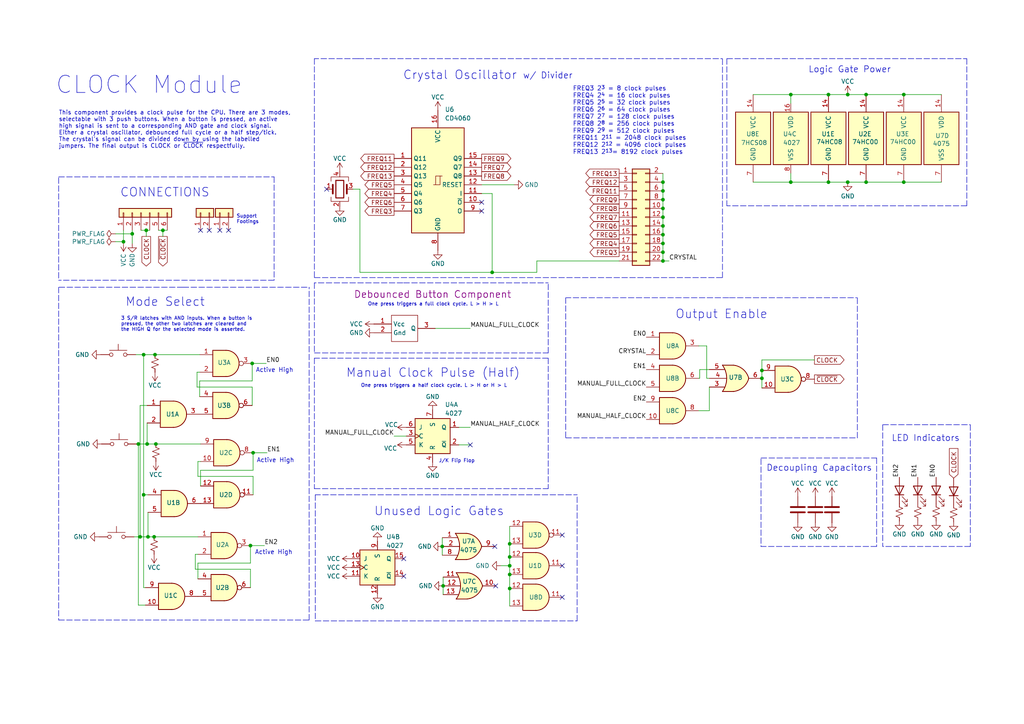
<source format=kicad_sch>
(kicad_sch (version 20211123) (generator eeschema)
  (paper "A4")
  (title_block (title "Computer Clock") (date "2022-09-12") (rev "4") (company "Trilobyte CPU") (comment 1 "3 Modes"))
  (lib_symbols
    (symbol "4xxx:4027" (pin_names (offset 1.016))
      (property "Reference" "U" (at -7.62 8.89 0))
      (property "Value" "4027" (at -7.62 -8.89 0))
      (symbol "4027_1_1"
        (pin output line (at 7.62 2.54 180) (length 2.54) (name "Q") (number "1"))
        (pin output line (at 7.62 -2.54 180) (length 2.54) (name "~{Q}") (number "2"))
        (pin input clock (at -7.62 0 0) (length 2.54) (name "C") (number "3"))
        (pin input line (at 0 -7.62 90) (length 2.54) (name "R") (number "4"))
        (pin input line (at -7.62 -2.54 0) (length 2.54) (name "K") (number "5"))
        (pin input line (at -7.62 2.54 0) (length 2.54) (name "J") (number "6"))
        (pin input line (at 0 7.62 270) (length 2.54) (name "S") (number "7"))
      )
      (symbol "4027_2_1"
        (pin input line (at -7.62 2.54 0) (length 2.54) (name "J") (number "10"))
        (pin input line (at -7.62 -2.54 0) (length 2.54) (name "K") (number "11"))
        (pin input line (at 0 -7.62 90) (length 2.54) (name "R") (number "12"))
        (pin input clock (at -7.62 0 0) (length 2.54) (name "C") (number "13"))
        (pin output line (at 7.62 -2.54 180) (length 2.54) (name "~{Q}") (number "14"))
        (pin output line (at 7.62 2.54 180) (length 2.54) (name "Q") (number "15"))
        (pin input line (at 0 7.62 270) (length 2.54) (name "S") (number "9"))
      )
      (symbol "4027_3_0"
        (pin power_in line (at 0 10.16 270) (length 2.54) (name "VDD") (number "16"))
        (pin power_in line (at 0 -10.16 90) (length 2.54) (name "VSS") (number "8"))
      )
    )
    (symbol "4xxx:4075" (pin_names (offset 1.016))
      (property "Reference" "U" (at 0 1.27 0))
      (property "Value" "4075" (at 0 -1.27 0))
      (symbol "4075_1_1"
        (pin input line (at -7.62 2.54 0) (length 4.318) (name "~") (number "1"))
        (pin input line (at -7.62 0 0) (length 4.953) (name "~") (number "2"))
        (pin input line (at -7.62 -2.54 0) (length 4.318) (name "~") (number "8"))
        (pin output line (at 7.62 0 180) (length 3.81) (name "~") (number "9"))
      )
      (symbol "4075_1_2"
        (pin input inverted (at -7.62 2.54 0) (length 3.81) (name "~") (number "1"))
        (pin input inverted (at -7.62 0 0) (length 3.81) (name "~") (number "2"))
        (pin input inverted (at -7.62 -2.54 0) (length 3.81) (name "~") (number "8"))
        (pin output inverted (at 7.62 0 180) (length 3.81) (name "~") (number "9"))
      )
      (symbol "4075_2_1"
        (pin input line (at -7.62 2.54 0) (length 4.318) (name "~") (number "3"))
        (pin input line (at -7.62 0 0) (length 4.953) (name "~") (number "4"))
        (pin input line (at -7.62 -2.54 0) (length 4.318) (name "~") (number "5"))
        (pin output line (at 7.62 0 180) (length 3.81) (name "~") (number "6"))
      )
      (symbol "4075_2_2"
        (pin input inverted (at -7.62 2.54 0) (length 3.81) (name "~") (number "3"))
        (pin input inverted (at -7.62 0 0) (length 3.81) (name "~") (number "4"))
        (pin input inverted (at -7.62 -2.54 0) (length 3.81) (name "~") (number "5"))
        (pin output inverted (at 7.62 0 180) (length 3.81) (name "~") (number "6"))
      )
      (symbol "4075_3_1"
        (pin output line (at 7.62 0 180) (length 3.81) (name "~") (number "10"))
        (pin input line (at -7.62 2.54 0) (length 4.318) (name "~") (number "11"))
        (pin input line (at -7.62 0 0) (length 4.953) (name "~") (number "12"))
        (pin input line (at -7.62 -2.54 0) (length 4.318) (name "~") (number "13"))
      )
      (symbol "4075_3_2"
        (pin output inverted (at 7.62 0 180) (length 3.81) (name "~") (number "10"))
        (pin input inverted (at -7.62 2.54 0) (length 3.81) (name "~") (number "11"))
        (pin input inverted (at -7.62 0 0) (length 3.81) (name "~") (number "12"))
        (pin input inverted (at -7.62 -2.54 0) (length 3.81) (name "~") (number "13"))
      )
      (symbol "4075_4_0"
        (pin power_in line (at 0 12.7 270) (length 5.08) (name "VDD") (number "14"))
        (pin power_in line (at 0 -12.7 90) (length 5.08) (name "VSS") (number "7"))
      )
    )
    (symbol "74xx:74LS00" (pin_names (offset 1.016))
      (property "Reference" "U" (at 0 1.27 0))
      (property "Value" "74LS00" (at 0 -1.27 0))
      (symbol "74LS00_1_1"
        (pin input line (at -7.62 2.54 0) (length 3.81) (name "~") (number "1"))
        (pin input line (at -7.62 -2.54 0) (length 3.81) (name "~") (number "2"))
        (pin output inverted (at 7.62 0 180) (length 3.81) (name "~") (number "3"))
      )
      (symbol "74LS00_1_2"
        (pin input inverted (at -7.62 2.54 0) (length 4.318) (name "~") (number "1"))
        (pin input inverted (at -7.62 -2.54 0) (length 4.318) (name "~") (number "2"))
        (pin output line (at 7.62 0 180) (length 3.81) (name "~") (number "3"))
      )
      (symbol "74LS00_2_1"
        (pin input line (at -7.62 2.54 0) (length 3.81) (name "~") (number "4"))
        (pin input line (at -7.62 -2.54 0) (length 3.81) (name "~") (number "5"))
        (pin output inverted (at 7.62 0 180) (length 3.81) (name "~") (number "6"))
      )
      (symbol "74LS00_2_2"
        (pin input inverted (at -7.62 2.54 0) (length 4.318) (name "~") (number "4"))
        (pin input inverted (at -7.62 -2.54 0) (length 4.318) (name "~") (number "5"))
        (pin output line (at 7.62 0 180) (length 3.81) (name "~") (number "6"))
      )
      (symbol "74LS00_3_1"
        (pin input line (at -7.62 -2.54 0) (length 3.81) (name "~") (number "10"))
        (pin output inverted (at 7.62 0 180) (length 3.81) (name "~") (number "8"))
        (pin input line (at -7.62 2.54 0) (length 3.81) (name "~") (number "9"))
      )
      (symbol "74LS00_3_2"
        (pin input inverted (at -7.62 -2.54 0) (length 4.318) (name "~") (number "10"))
        (pin output line (at 7.62 0 180) (length 3.81) (name "~") (number "8"))
        (pin input inverted (at -7.62 2.54 0) (length 4.318) (name "~") (number "9"))
      )
      (symbol "74LS00_4_1"
        (pin output inverted (at 7.62 0 180) (length 3.81) (name "~") (number "11"))
        (pin input line (at -7.62 2.54 0) (length 3.81) (name "~") (number "12"))
        (pin input line (at -7.62 -2.54 0) (length 3.81) (name "~") (number "13"))
      )
      (symbol "74LS00_4_2"
        (pin output line (at 7.62 0 180) (length 3.81) (name "~") (number "11"))
        (pin input inverted (at -7.62 2.54 0) (length 4.318) (name "~") (number "12"))
        (pin input inverted (at -7.62 -2.54 0) (length 4.318) (name "~") (number "13"))
      )
      (symbol "74LS00_5_0"
        (pin power_in line (at 0 12.7 270) (length 5.08) (name "VCC") (number "14"))
        (pin power_in line (at 0 -12.7 90) (length 5.08) (name "GND") (number "7"))
      )
    )
    (symbol "74xx:74LS08" (pin_names (offset 1.016))
      (property "Reference" "U" (at 0 1.27 0))
      (property "Value" "74LS08" (at 0 -1.27 0))
      (symbol "74LS08_1_1"
        (pin input line (at -7.62 2.54 0) (length 3.81) (name "~") (number "1"))
        (pin input line (at -7.62 -2.54 0) (length 3.81) (name "~") (number "2"))
        (pin output line (at 7.62 0 180) (length 3.81) (name "~") (number "3"))
      )
      (symbol "74LS08_1_2"
        (pin input inverted (at -7.62 2.54 0) (length 4.318) (name "~") (number "1"))
        (pin input inverted (at -7.62 -2.54 0) (length 4.318) (name "~") (number "2"))
        (pin output inverted (at 7.62 0 180) (length 3.81) (name "~") (number "3"))
      )
      (symbol "74LS08_2_1"
        (pin input line (at -7.62 2.54 0) (length 3.81) (name "~") (number "4"))
        (pin input line (at -7.62 -2.54 0) (length 3.81) (name "~") (number "5"))
        (pin output line (at 7.62 0 180) (length 3.81) (name "~") (number "6"))
      )
      (symbol "74LS08_2_2"
        (pin input inverted (at -7.62 2.54 0) (length 4.318) (name "~") (number "4"))
        (pin input inverted (at -7.62 -2.54 0) (length 4.318) (name "~") (number "5"))
        (pin output inverted (at 7.62 0 180) (length 3.81) (name "~") (number "6"))
      )
      (symbol "74LS08_3_1"
        (pin input line (at -7.62 -2.54 0) (length 3.81) (name "~") (number "10"))
        (pin output line (at 7.62 0 180) (length 3.81) (name "~") (number "8"))
        (pin input line (at -7.62 2.54 0) (length 3.81) (name "~") (number "9"))
      )
      (symbol "74LS08_3_2"
        (pin input inverted (at -7.62 -2.54 0) (length 4.318) (name "~") (number "10"))
        (pin output inverted (at 7.62 0 180) (length 3.81) (name "~") (number "8"))
        (pin input inverted (at -7.62 2.54 0) (length 4.318) (name "~") (number "9"))
      )
      (symbol "74LS08_4_1"
        (pin output line (at 7.62 0 180) (length 3.81) (name "~") (number "11"))
        (pin input line (at -7.62 2.54 0) (length 3.81) (name "~") (number "12"))
        (pin input line (at -7.62 -2.54 0) (length 3.81) (name "~") (number "13"))
      )
      (symbol "74LS08_4_2"
        (pin output inverted (at 7.62 0 180) (length 3.81) (name "~") (number "11"))
        (pin input inverted (at -7.62 2.54 0) (length 4.318) (name "~") (number "12"))
        (pin input inverted (at -7.62 -2.54 0) (length 4.318) (name "~") (number "13"))
      )
      (symbol "74LS08_5_0"
        (pin power_in line (at 0 12.7 270) (length 5.08) (name "VCC") (number "14"))
        (pin power_in line (at 0 -12.7 90) (length 5.08) (name "GND") (number "7"))
      )
    )
    (symbol "Connector_Generic:Conn_01x02" (pin_names (offset 1.016) hide)
      (property "Reference" "J" (at 0 2.54 0))
      (property "Value" "Conn_01x02" (at 0 -5.08 0))
      (symbol "Conn_01x02_1_1"
        (pin passive line (at -5.08 0 0) (length 3.81) (name "Pin_1") (number "1"))
        (pin passive line (at -5.08 -2.54 0) (length 3.81) (name "Pin_2") (number "2"))
      )
    )
    (symbol "Connector_Generic:Conn_01x06" (pin_names (offset 1.016) hide)
      (property "Reference" "J" (at 0 7.62 0))
      (property "Value" "Conn_01x06" (at 0 -10.16 0))
      (symbol "Conn_01x06_1_1"
        (pin passive line (at -5.08 5.08 0) (length 3.81) (name "Pin_1") (number "1"))
        (pin passive line (at -5.08 2.54 0) (length 3.81) (name "Pin_2") (number "2"))
        (pin passive line (at -5.08 0 0) (length 3.81) (name "Pin_3") (number "3"))
        (pin passive line (at -5.08 -2.54 0) (length 3.81) (name "Pin_4") (number "4"))
        (pin passive line (at -5.08 -5.08 0) (length 3.81) (name "Pin_5") (number "5"))
        (pin passive line (at -5.08 -7.62 0) (length 3.81) (name "Pin_6") (number "6"))
      )
    )
    (symbol "Connector_Generic:Conn_02x11_Odd_Even" (pin_names (offset 1.016) hide)
      (property "Reference" "J" (at 1.27 15.24 0))
      (property "Value" "Conn_02x11_Odd_Even" (at 1.27 -15.24 0))
      (symbol "Conn_02x11_Odd_Even_1_1"
        (pin passive line (at -5.08 12.7 0) (length 3.81) (name "Pin_1") (number "1"))
        (pin passive line (at 7.62 2.54 180) (length 3.81) (name "Pin_10") (number "10"))
        (pin passive line (at -5.08 0 0) (length 3.81) (name "Pin_11") (number "11"))
        (pin passive line (at 7.62 0 180) (length 3.81) (name "Pin_12") (number "12"))
        (pin passive line (at -5.08 -2.54 0) (length 3.81) (name "Pin_13") (number "13"))
        (pin passive line (at 7.62 -2.54 180) (length 3.81) (name "Pin_14") (number "14"))
        (pin passive line (at -5.08 -5.08 0) (length 3.81) (name "Pin_15") (number "15"))
        (pin passive line (at 7.62 -5.08 180) (length 3.81) (name "Pin_16") (number "16"))
        (pin passive line (at -5.08 -7.62 0) (length 3.81) (name "Pin_17") (number "17"))
        (pin passive line (at 7.62 -7.62 180) (length 3.81) (name "Pin_18") (number "18"))
        (pin passive line (at -5.08 -10.16 0) (length 3.81) (name "Pin_19") (number "19"))
        (pin passive line (at 7.62 12.7 180) (length 3.81) (name "Pin_2") (number "2"))
        (pin passive line (at 7.62 -10.16 180) (length 3.81) (name "Pin_20") (number "20"))
        (pin passive line (at -5.08 -12.7 0) (length 3.81) (name "Pin_21") (number "21"))
        (pin passive line (at 7.62 -12.7 180) (length 3.81) (name "Pin_22") (number "22"))
        (pin passive line (at -5.08 10.16 0) (length 3.81) (name "Pin_3") (number "3"))
        (pin passive line (at 7.62 10.16 180) (length 3.81) (name "Pin_4") (number "4"))
        (pin passive line (at -5.08 7.62 0) (length 3.81) (name "Pin_5") (number "5"))
        (pin passive line (at 7.62 7.62 180) (length 3.81) (name "Pin_6") (number "6"))
        (pin passive line (at -5.08 5.08 0) (length 3.81) (name "Pin_7") (number "7"))
        (pin passive line (at 7.62 5.08 180) (length 3.81) (name "Pin_8") (number "8"))
        (pin passive line (at -5.08 2.54 0) (length 3.81) (name "Pin_9") (number "9"))
      )
    )
    (symbol "Device:C" (pin_numbers hide) (pin_names (offset 0.254))
      (property "Reference" "C" (at 0.635 2.54 0))
      (property "Value" "C" (at 0.635 -2.54 0))
      (symbol "C_1_1"
        (pin passive line (at 0 3.81 270) (length 2.794) (name "~") (number "1"))
        (pin passive line (at 0 -3.81 90) (length 2.794) (name "~") (number "2"))
      )
    )
    (symbol "Device:Crystal_GND24" (pin_names (offset 1.016) hide)
      (property "Reference" "Y" (at 3.175 5.08 0))
      (property "Value" "Crystal_GND24" (at 3.175 3.175 0))
      (symbol "Crystal_GND24_1_1"
        (pin passive line (at -3.81 0 0) (length 1.27) (name "1") (number "1"))
        (pin passive line (at 0 5.08 270) (length 1.27) (name "2") (number "2"))
        (pin passive line (at 3.81 0 180) (length 1.27) (name "3") (number "3"))
        (pin passive line (at 0 -5.08 90) (length 1.27) (name "4") (number "4"))
      )
    )
    (symbol "Device:LED" (pin_numbers hide) (pin_names (offset 1.016) hide)
      (property "Reference" "D" (at 0 2.54 0))
      (property "Value" "LED" (at 0 -2.54 0))
      (symbol "LED_1_1"
        (pin passive line (at -3.81 0 0) (length 2.54) (name "K") (number "1"))
        (pin passive line (at 3.81 0 180) (length 2.54) (name "A") (number "2"))
      )
    )
    (symbol "Device:R_Small_US" (pin_numbers hide) (pin_names (offset 0.254) hide)
      (property "Reference" "R" (at 0.762 0.508 0))
      (property "Value" "R_Small_US" (at 0.762 -1.016 0))
      (symbol "R_Small_US_1_1"
        (pin passive line (at 0 2.54 270) (length 1.016) (name "~") (number "1"))
        (pin passive line (at 0 -2.54 90) (length 1.016) (name "~") (number "2"))
      )
    )
    (symbol "LIBRARY-8-bit-computer:CD4060"
      (property "Reference" "U" (at 0 35.56 0))
      (property "Value" "CD4060" (at 0 33.02 0))
      (symbol "CD4060_1_0"
        (pin output line (at -12.7 6.35 0) (length 5.08) (name "Q11") (number "1"))
        (pin output line (at 12.7 -6.35 180) (length 5.08) (name "~{O}") (number "10"))
        (pin input line (at 12.7 -3.81 180) (length 5.08) (name "I") (number "11"))
        (pin input line (at 12.7 -1.27 180) (length 5.08) (name "RESET") (number "12"))
        (pin output line (at 12.7 1.27 180) (length 5.08) (name "Q8") (number "13"))
        (pin output line (at 12.7 3.81 180) (length 5.08) (name "Q7") (number "14"))
        (pin output line (at 12.7 6.35 180) (length 5.08) (name "Q9") (number "15"))
        (pin power_in line (at 0 20.32 270) (length 5.08) (name "VCC") (number "16"))
        (pin output line (at -12.7 3.81 0) (length 5.08) (name "Q12") (number "2"))
        (pin output line (at -12.7 1.27 0) (length 5.08) (name "Q13") (number "3"))
        (pin output line (at -12.7 -1.27 0) (length 5.08) (name "Q5") (number "4"))
        (pin output line (at -12.7 -3.81 0) (length 5.08) (name "Q4") (number "5"))
        (pin output line (at -12.7 -6.35 0) (length 5.08) (name "Q6") (number "6"))
        (pin output line (at -12.7 -8.89 0) (length 5.08) (name "Q3") (number "7"))
        (pin power_in line (at 0 -20.32 90) (length 5.08) (name "GND") (number "8"))
        (pin output line (at 12.7 -8.89 180) (length 5.08) (name "O") (number "9"))
      )
    )
    (symbol "LIBRARY-8-bit-computer:DebouncedButton"
      (property "Reference" "U" (at 0 0 0))
      (property "Value" "DebouncedButton" (at 0 0 0))
      (symbol "DebouncedButton_1_0"
        (pin power_in line (at -8.89 -3.81 0) (length 5.08) (name "Vcc") (number "1"))
        (pin power_in line (at -8.89 -6.35 0) (length 5.08) (name "Gnd") (number "2"))
        (pin output line (at 8.89 -5.08 180) (length 5.08) (name "Q") (number "3"))
      )
    )
    (symbol "Switch:SW_Push" (pin_numbers hide) (pin_names (offset 1.016) hide)
      (property "Reference" "SW" (at 1.27 2.54 0))
      (property "Value" "SW_Push" (at 0 -1.524 0))
      (symbol "SW_Push_0_1"
        (pin passive line (at -5.08 0 0) (length 2.54) (name "1") (number "1"))
        (pin passive line (at 5.08 0 180) (length 2.54) (name "2") (number "2"))
      )
    )
    (symbol "power:GND" (power) (pin_names (offset 0))
      (property "Value" "GND" (at 0 -3.81 0))
      (symbol "GND_1_1"
        (pin power_in line (at 0 0 270) (length 0) hide (name "GND") (number "1"))
      )
    )
    (symbol "power:PWR_FLAG" (power) (pin_numbers hide) (pin_names (offset 0) hide)
      (property "Value" "PWR_FLAG" (at 0 3.81 0))
      (symbol "PWR_FLAG_0_0"
        (pin power_out line (at 0 0 90) (length 0) (name "pwr") (number "1"))
      )
    )
    (symbol "power:VCC" (power) (pin_names (offset 0))
      (property "Value" "VCC" (at 0 3.81 0))
      (symbol "VCC_1_1"
        (pin power_in line (at 0 0 90) (length 0) hide (name "VCC") (number "1"))
      )
    )
  )
  (junction (at 192.278 73.152))
  (junction (at 128.524 169.926))
  (junction (at 245.872 52.832))
  (junction (at 240.284 27.432))
  (junction (at 47.244 66.802))
  (junction (at 42.926 155.702))
  (junction (at 192.278 60.452))
  (junction (at 192.278 70.612))
  (junction (at 245.872 27.432))
  (junction (at 44.704 155.702))
  (junction (at 192.278 52.832))
  (junction (at 73.152 105.41))
  (junction (at 41.656 102.87))
  (junction (at 42.672 128.778))
  (junction (at 42.418 66.802))
  (junction (at 251.206 27.432))
  (junction (at 147.828 164.084))
  (junction (at 40.132 128.778))
  (junction (at 240.284 52.832))
  (junction (at 142.748 78.994))
  (junction (at 41.656 143.51))
  (junction (at 192.278 75.692))
  (junction (at 262.128 27.432))
  (junction (at 192.278 65.532))
  (junction (at 147.828 166.624))
  (junction (at 220.98 107.442))
  (junction (at 44.958 102.87))
  (junction (at 229.362 52.832))
  (junction (at 220.98 109.728))
  (junction (at 128.27 158.496))
  (junction (at 35.814 70.104))
  (junction (at 40.64 155.702))
  (junction (at 147.828 157.734))
  (junction (at 251.206 52.832))
  (junction (at 262.128 52.832))
  (junction (at 192.278 55.372))
  (junction (at 72.644 158.242))
  (junction (at 192.278 68.072))
  (junction (at 147.828 161.544))
  (junction (at 147.828 170.688))
  (junction (at 38.354 67.818))
  (junction (at 45.212 128.778))
  (junction (at 192.278 57.912))
  (junction (at 229.362 27.432))
  (junction (at 192.278 62.992))
  (junction (at 73.406 131.318))
  (no_connect (at 163.068 155.194))
  (no_connect (at 58.166 66.802))
  (no_connect (at 60.706 66.802))
  (no_connect (at 163.068 173.228))
  (no_connect (at 63.754 66.802))
  (no_connect (at 139.7 58.674))
  (no_connect (at 117.094 167.132))
  (no_connect (at 117.094 162.052))
  (no_connect (at 136.398 129.032))
  (no_connect (at 66.294 66.802))
  (no_connect (at 139.7 61.214))
  (no_connect (at 94.742 54.864))
  (no_connect (at 163.068 164.084))
  (no_connect (at 143.764 169.926))
  (no_connect (at 143.51 158.496))
  (wire (pts (xy 57.404 133.858) (xy 58.166 133.858)))
  (polyline (pts (xy 91.186 102.362) (xy 159.004 102.362)))
  (polyline (pts (xy 91.44 143.51) (xy 91.44 180.086)))
  (wire (pts (xy 73.406 138.176) (xy 73.406 143.51)))
  (polyline (pts (xy 254.254 132.842) (xy 254.254 158.496)))
  (wire (pts (xy 245.872 27.432) (xy 251.206 27.432)))
  (polyline (pts (xy 281.432 158.496) (xy 256.032 158.496)))
  (polyline (pts (xy 210.82 17.018) (xy 210.82 59.69)))
  (polyline (pts (xy 91.186 80.518) (xy 209.55 80.518)))
  (polyline (pts (xy 210.82 17.018) (xy 280.416 17.018)))
  (wire (pts (xy 42.672 128.778) (xy 45.212 128.778)))
  (wire (pts (xy 128.524 167.386) (xy 128.524 169.926)))
  (polyline (pts (xy 159.004 103.886) (xy 91.186 103.886)))
  (polyline (pts (xy 209.55 80.518) (xy 209.55 17.018)))
  (polyline (pts (xy 17.018 179.832) (xy 89.662 179.832)))
  (wire (pts (xy 73.152 105.41) (xy 77.216 105.41)))
  (wire (pts (xy 245.872 52.832) (xy 251.206 52.832)))
  (polyline (pts (xy 89.662 179.832) (xy 89.662 83.312)))
  (wire (pts (xy 42.418 68.58) (xy 42.418 66.802)))
  (wire (pts (xy 58.166 136.398) (xy 58.166 140.97)))
  (wire (pts (xy 142.748 56.134) (xy 142.748 78.994)))
  (polyline (pts (xy 53.086 83.312) (xy 89.662 83.312)))
  (wire (pts (xy 104.394 78.994) (xy 142.748 78.994)))
  (polyline (pts (xy 116.84 82.042) (xy 91.186 82.042)))
  (wire (pts (xy 205.74 112.268) (xy 205.74 119.126)))
  (wire (pts (xy 104.394 54.864) (xy 104.394 78.994)))
  (wire (pts (xy 126.238 95.25) (xy 136.398 95.25)))
  (wire (pts (xy 47.244 66.802) (xy 47.244 68.58)))
  (wire (pts (xy 229.362 27.432) (xy 229.362 29.972)))
  (wire (pts (xy 40.132 128.778) (xy 42.672 128.778)))
  (polyline (pts (xy 248.666 127) (xy 248.666 86.36)))
  (wire (pts (xy 73.406 138.176) (xy 57.404 138.176)))
  (wire (pts (xy 192.278 65.532) (xy 192.278 68.072)))
  (wire (pts (xy 102.362 54.864) (xy 104.394 54.864)))
  (wire (pts (xy 57.15 107.95) (xy 57.912 107.95)))
  (wire (pts (xy 262.128 27.432) (xy 273.05 27.432)))
  (polyline (pts (xy 103.886 17.018) (xy 209.55 17.018)))
  (wire (pts (xy 40.132 175.514) (xy 40.132 128.778)))
  (wire (pts (xy 35.814 70.104) (xy 35.814 70.358)))
  (wire (pts (xy 38.354 67.818) (xy 38.354 70.612)))
  (wire (pts (xy 33.528 67.818) (xy 38.354 67.818)))
  (polyline (pts (xy 164.084 86.36) (xy 164.084 127)))
  (wire (pts (xy 73.152 117.602) (xy 73.152 112.268)))
  (wire (pts (xy 33.528 70.104) (xy 35.814 70.104)))
  (polyline (pts (xy 79.502 81.28) (xy 17.018 81.28)))
  (polyline (pts (xy 211.328 86.36) (xy 164.084 86.36)))
  (wire (pts (xy 42.926 155.702) (xy 44.704 155.702)))
  (wire (pts (xy 47.244 66.802) (xy 48.514 66.802)))
  (polyline (pts (xy 211.582 86.36) (xy 248.666 86.36)))
  (wire (pts (xy 40.64 155.702) (xy 42.926 155.702)))
  (polyline (pts (xy 129.54 143.51) (xy 91.44 143.51)))
  (wire (pts (xy 72.644 165.1) (xy 56.642 165.1)))
  (wire (pts (xy 44.958 102.87) (xy 57.912 102.87)))
  (polyline (pts (xy 91.44 180.086) (xy 167.386 180.086)))
  (wire (pts (xy 229.362 27.432) (xy 240.284 27.432)))
  (wire (pts (xy 220.98 104.394) (xy 236.22 104.394)))
  (polyline (pts (xy 256.032 123.19) (xy 281.432 123.19)))
  (polyline (pts (xy 220.726 132.842) (xy 254.254 132.842)))
  (polyline (pts (xy 159.004 102.362) (xy 159.004 82.042)))
  (wire (pts (xy 45.212 128.778) (xy 58.166 128.778)))
  (wire (pts (xy 73.152 112.268) (xy 57.15 112.268)))
  (wire (pts (xy 136.398 123.952) (xy 133.096 123.952)))
  (polyline (pts (xy 167.386 180.086) (xy 167.386 143.51)))
  (wire (pts (xy 42.164 175.514) (xy 40.132 175.514)))
  (wire (pts (xy 155.702 78.994) (xy 155.702 75.692)))
  (wire (pts (xy 202.946 107.188) (xy 202.946 109.728)))
  (wire (pts (xy 192.278 70.612) (xy 192.278 73.152)))
  (polyline (pts (xy 280.416 17.018) (xy 280.416 59.69)))
  (wire (pts (xy 39.624 128.778) (xy 40.132 128.778)))
  (wire (pts (xy 192.278 75.692) (xy 194.056 75.692)))
  (wire (pts (xy 38.354 66.802) (xy 38.354 67.818)))
  (wire (pts (xy 39.37 102.87) (xy 41.656 102.87)))
  (wire (pts (xy 192.278 55.372) (xy 192.278 57.912)))
  (polyline (pts (xy 79.502 51.308) (xy 79.502 81.28)))
  (polyline (pts (xy 280.416 59.69) (xy 210.82 59.69)))
  (wire (pts (xy 147.828 152.654) (xy 147.828 157.734)))
  (polyline (pts (xy 159.004 103.886) (xy 159.004 141.732)))
  (wire (pts (xy 147.828 170.688) (xy 147.828 175.768)))
  (wire (pts (xy 128.27 155.956) (xy 128.27 158.496)))
  (wire (pts (xy 251.206 27.432) (xy 262.128 27.432)))
  (wire (pts (xy 147.828 157.734) (xy 147.828 161.544)))
  (wire (pts (xy 251.206 52.832) (xy 262.128 52.832)))
  (wire (pts (xy 41.656 170.434) (xy 41.656 143.51)))
  (wire (pts (xy 42.164 170.434) (xy 41.656 170.434)))
  (wire (pts (xy 220.98 104.394) (xy 220.98 107.442)))
  (wire (pts (xy 204.978 109.728) (xy 205.74 109.728)))
  (polyline (pts (xy 91.186 17.018) (xy 91.186 80.518)))
  (polyline (pts (xy 91.186 141.732) (xy 159.004 141.732)))
  (wire (pts (xy 40.64 117.602) (xy 40.64 155.702)))
  (wire (pts (xy 57.15 112.268) (xy 57.15 107.95)))
  (wire (pts (xy 205.74 119.126) (xy 202.692 119.126)))
  (polyline (pts (xy 164.084 127) (xy 248.666 127)))
  (wire (pts (xy 136.398 129.032) (xy 133.096 129.032)))
  (wire (pts (xy 72.644 158.242) (xy 72.644 163.322)))
  (wire (pts (xy 72.644 158.242) (xy 76.708 158.242)))
  (wire (pts (xy 72.644 163.322) (xy 57.404 163.322)))
  (wire (pts (xy 220.98 107.442) (xy 220.98 109.728)))
  (wire (pts (xy 45.974 66.802) (xy 47.244 66.802)))
  (wire (pts (xy 192.278 62.992) (xy 192.278 65.532)))
  (wire (pts (xy 40.894 66.802) (xy 42.418 66.802)))
  (wire (pts (xy 73.152 110.49) (xy 57.912 110.49)))
  (wire (pts (xy 240.284 52.832) (xy 245.872 52.832)))
  (wire (pts (xy 192.278 68.072) (xy 192.278 70.612)))
  (polyline (pts (xy 91.186 103.886) (xy 91.186 141.732)))
  (wire (pts (xy 35.814 66.802) (xy 35.814 70.104)))
  (wire (pts (xy 57.404 163.322) (xy 57.404 167.894)))
  (polyline (pts (xy 17.018 51.562) (xy 17.018 81.28)))
  (wire (pts (xy 42.926 148.59) (xy 42.926 155.702)))
  (polyline (pts (xy 103.886 17.018) (xy 91.186 17.018)))
  (wire (pts (xy 128.27 158.496) (xy 128.27 161.036)))
  (polyline (pts (xy 91.186 82.042) (xy 91.186 102.362)))
  (wire (pts (xy 192.278 57.912) (xy 192.278 60.452)))
  (wire (pts (xy 192.278 52.832) (xy 192.278 55.372)))
  (wire (pts (xy 202.692 100.33) (xy 204.978 100.33)))
  (wire (pts (xy 114.3 126.492) (xy 117.856 126.492)))
  (wire (pts (xy 262.128 52.832) (xy 273.05 52.832)))
  (polyline (pts (xy 117.094 82.042) (xy 159.004 82.042)))
  (wire (pts (xy 56.642 160.782) (xy 56.642 165.1)))
  (wire (pts (xy 218.44 27.432) (xy 229.362 27.432)))
  (wire (pts (xy 155.702 75.692) (xy 179.578 75.692)))
  (polyline (pts (xy 17.018 51.308) (xy 79.502 51.308)))
  (wire (pts (xy 142.748 78.994) (xy 155.702 78.994)))
  (wire (pts (xy 145.288 164.084) (xy 147.828 164.084)))
  (wire (pts (xy 38.862 155.702) (xy 40.64 155.702)))
  (wire (pts (xy 192.278 60.452) (xy 192.278 62.992)))
  (wire (pts (xy 147.828 166.624) (xy 147.828 170.688)))
  (wire (pts (xy 73.152 105.41) (xy 73.152 110.49)))
  (polyline (pts (xy 220.726 133.096) (xy 220.726 158.496)))
  (wire (pts (xy 73.406 131.318) (xy 73.406 136.398)))
  (wire (pts (xy 229.362 50.292) (xy 229.362 52.832)))
  (wire (pts (xy 42.672 122.682) (xy 42.672 128.778)))
  (wire (pts (xy 42.418 66.802) (xy 43.434 66.802)))
  (wire (pts (xy 41.656 143.51) (xy 41.656 102.87)))
  (wire (pts (xy 57.404 138.176) (xy 57.404 133.858)))
  (polyline (pts (xy 281.432 123.19) (xy 281.432 158.496)))
  (wire (pts (xy 229.362 52.832) (xy 240.284 52.832)))
  (wire (pts (xy 128.524 169.926) (xy 128.524 172.466)))
  (wire (pts (xy 192.278 73.152) (xy 192.278 75.692)))
  (wire (pts (xy 72.644 170.434) (xy 72.644 165.1)))
  (wire (pts (xy 44.704 155.702) (xy 57.404 155.702)))
  (wire (pts (xy 240.284 27.432) (xy 245.872 27.432)))
  (polyline (pts (xy 129.794 143.51) (xy 167.386 143.51)))
  (wire (pts (xy 41.656 143.51) (xy 42.926 143.51)))
  (wire (pts (xy 202.946 107.188) (xy 205.74 107.188)))
  (wire (pts (xy 142.748 56.134) (xy 139.7 56.134)))
  (wire (pts (xy 149.098 53.594) (xy 139.7 53.594)))
  (polyline (pts (xy 17.018 83.312) (xy 17.018 179.832)))
  (polyline (pts (xy 53.086 83.312) (xy 17.018 83.312)))
  (wire (pts (xy 57.912 110.49) (xy 57.912 115.062)))
  (wire (pts (xy 220.98 109.728) (xy 220.98 112.522)))
  (wire (pts (xy 41.656 102.87) (xy 44.958 102.87)))
  (wire (pts (xy 73.406 136.398) (xy 58.166 136.398)))
  (wire (pts (xy 218.44 52.832) (xy 229.362 52.832)))
  (polyline (pts (xy 256.032 123.19) (xy 256.032 158.496)))
  (polyline (pts (xy 254.254 158.496) (xy 220.726 158.496)))
  (wire (pts (xy 202.946 109.728) (xy 202.692 109.728)))
  (wire (pts (xy 73.406 131.318) (xy 77.47 131.318)))
  (wire (pts (xy 192.278 50.292) (xy 192.278 52.832)))
  (wire (pts (xy 147.828 164.084) (xy 147.828 166.624)))
  (wire (pts (xy 204.978 100.33) (xy 204.978 109.728)))
  (wire (pts (xy 147.828 161.544) (xy 147.828 164.084)))
  (wire (pts (xy 56.642 160.782) (xy 57.404 160.782)))
  (wire (pts (xy 42.672 117.602) (xy 40.64 117.602)))
  (text "3 S/R latches with AND inputs. When a button is\npressed, the other two latches are cleared and\nthe HIGH Q for the selected mode is asserted." (at 35.052 96.266 0) (effects (font (size 1 1)) (justify left bottom)))
  (text "Output Enable" (at 195.834 92.71 0) (effects (font (size 2.5 2.5)) (justify left bottom)))
  (text "Active High" (at 74.422 134.366 0) (effects (font (size 1.27 1.27)) (justify left bottom)))
  (text "Decoupling Capacitors" (at 222.25 136.906 0) (effects (font (size 1.8 1.8)) (justify left bottom)))
  (text "One press triggers a full clock cycle. L > H > L" (at 106.68 88.9 0) (effects (font (size 1 1)) (justify left bottom)))
  (text "J/K Flip Flop" (at 127.254 134.366 0) (effects (font (size 1 1)) (justify left bottom)))
  (text "LED Indicators" (at 258.572 128.27 0) (effects (font (size 1.8 1.8)) (justify left bottom)))
  (text "CONNECTIONS" (at 34.798 57.404 0) (effects (font (size 2.5 2.5)) (justify left bottom)))
  (text "This component provides a clock pulse for the CPU. There are 3 modes,\nselectable with 3 push buttons. When a button is pressed, an active \nhigh signal is sent to a corresponding AND gate and clock signal.\nEither a crystal oscillator, debounced full cycle or a half step/tick. \nThe crystal's signal can be divided down by using the labelled \njumpers. The final output is CLOCK or ~{CLOCK} respectfully." (at 17.018 43.18 0) (effects (font (size 1.2 1.2)) (justify left bottom)))
  (text "Crystal Oscillator" (at 116.84 23.368 0) (effects (font (size 2.5 2.5)) (justify left bottom)))
  (text "Manual Clock Pulse (Half)" (at 150.876 109.728 180) (effects (font (size 2.5 2.5)) (justify right bottom)))
  (text "Mode Select" (at 36.322 89.154 0) (effects (font (size 2.5 2.5)) (justify left bottom)))
  (text "Logic Gate Power" (at 234.442 21.336 0) (effects (font (size 1.8 1.8)) (justify left bottom)))
  (text "Active High" (at 74.168 108.204 0) (effects (font (size 1.27 1.27)) (justify left bottom)))
  (text "Active High" (at 73.914 161.036 0) (effects (font (size 1.27 1.27)) (justify left bottom)))
  (text "w/ Divider" (at 151.638 23.114 0) (effects (font (size 1.8 1.8)) (justify left bottom)))
  (text "Support\nFootings" (at 68.58 65.024 0) (effects (font (size 1 1)) (justify left bottom)))
  (text "One press triggers a half clock cycle. L > H or H > L" (at 104.648 112.522 0) (effects (font (size 1 1)) (justify left bottom)))
  (text "Unused Logic Gates" (at 108.458 149.86 0) (effects (font (size 2.5 2.5)) (justify left bottom)))
  (text "CLOCK Module" (at 16.002 27.686 0) (effects (font (size 5 5)) (justify left bottom)))
  (text "FREQ3 2^{3} = 8 clock pulses\nFREQ4 2^{4} = 16 clock pulses\nFREQ5 2^{5} = 32 clock pulses\nFREQ6 2^{6} = 64 clock pulses\nFREQ7 2^{7} = 128 clock pulses\nFREQ8 2^{8} = 256 clock pulses\nFREQ9 2^{9} = 512 clock pulses\nFREQ11 2^{11} = 2048 clock pulses\nFREQ12 2^{12} = 4096 clock pulses\nFREQ13 2^{13}= 8192 clock pulses" (at 166.116 44.958 0) (effects (font (size 1.27 1.27)) (justify left bottom)))
  (label "EN1" (at 266.192 138.43 90))
  (label "MANUAL_HALF_CLOCK" (at 187.452 121.666 180))
  (label "EN1" (at 77.47 131.318 0))
  (label "EN0" (at 187.452 97.79 180))
  (label "EN2" (at 187.452 116.586 180))
  (label "MANUAL_FULL_CLOCK" (at 114.3 126.492 180))
  (label "EN0" (at 271.526 138.43 90))
  (label "EN1" (at 187.452 107.188 180))
  (label "CRYSTAL" (at 187.452 102.87 180))
  (label "MANUAL_FULL_CLOCK" (at 187.452 112.268 180))
  (label "EN0" (at 77.216 105.41 0))
  (label "CRYSTAL" (at 194.056 75.692 0))
  (label "EN2" (at 260.858 138.43 90))
  (label "MANUAL_HALF_CLOCK" (at 136.398 123.952 0))
  (label "EN2" (at 76.708 158.242 0))
  (label "MANUAL_FULL_CLOCK" (at 136.398 95.25 0))
  (global_label "FREQ5" (shape output) (at 114.3 53.594 180) (property "Intersheet References" "${INTERSHEET_REFS}" (effects hide)))
  (global_label "FREQ4" (shape output) (at 179.578 70.612 180) (property "Intersheet References" "${INTERSHEET_REFS}" (effects hide)))
  (global_label "FREQ13" (shape output) (at 114.3 51.054 180) (property "Intersheet References" "${INTERSHEET_REFS}" (effects hide)))
  (global_label "FREQ5" (shape output) (at 179.578 68.072 180) (property "Intersheet References" "${INTERSHEET_REFS}" (effects hide)))
  (global_label "FREQ11" (shape output) (at 114.3 45.974 180) (property "Intersheet References" "${INTERSHEET_REFS}" (effects hide)))
  (global_label "CLOCK" (shape input) (at 276.606 138.684 90) (property "Intersheet References" "${INTERSHEET_REFS}" (effects hide)))
  (global_label "FREQ3" (shape output) (at 114.3 61.214 180) (property "Intersheet References" "${INTERSHEET_REFS}" (effects hide)))
  (global_label "FREQ6" (shape output) (at 114.3 58.674 180) (property "Intersheet References" "${INTERSHEET_REFS}" (effects hide)))
  (global_label "FREQ13" (shape output) (at 179.578 50.292 180) (property "Intersheet References" "${INTERSHEET_REFS}" (effects hide)))
  (global_label "FREQ7" (shape output) (at 139.7 48.514 0) (property "Intersheet References" "${INTERSHEET_REFS}" (effects hide)))
  (global_label "CLOCK" (shape output) (at 42.418 68.58 270) (property "Intersheet References" "${INTERSHEET_REFS}" (effects hide)))
  (global_label "FREQ8" (shape output) (at 179.578 60.452 180) (property "Intersheet References" "${INTERSHEET_REFS}" (effects hide)))
  (global_label "FREQ9" (shape output) (at 179.578 57.912 180) (property "Intersheet References" "${INTERSHEET_REFS}" (effects hide)))
  (global_label "~{CLOCK}" (shape output) (at 47.244 68.58 270) (property "Intersheet References" "${INTERSHEET_REFS}" (effects hide)))
  (global_label "CLOCK" (shape output) (at 236.22 104.394 0) (property "Intersheet References" "${INTERSHEET_REFS}" (effects hide)))
  (global_label "FREQ7" (shape output) (at 179.578 62.992 180) (property "Intersheet References" "${INTERSHEET_REFS}" (effects hide)))
  (global_label "FREQ9" (shape output) (at 139.7 45.974 0) (property "Intersheet References" "${INTERSHEET_REFS}" (effects hide)))
  (global_label "FREQ4" (shape output) (at 114.3 56.134 180) (property "Intersheet References" "${INTERSHEET_REFS}" (effects hide)))
  (global_label "FREQ8" (shape output) (at 139.7 51.054 0) (property "Intersheet References" "${INTERSHEET_REFS}" (effects hide)))
  (global_label "FREQ6" (shape output) (at 179.578 65.532 180) (property "Intersheet References" "${INTERSHEET_REFS}" (effects hide)))
  (global_label "FREQ11" (shape output) (at 179.578 55.372 180) (property "Intersheet References" "${INTERSHEET_REFS}" (effects hide)))
  (global_label "FREQ3" (shape output) (at 179.578 73.152 180) (property "Intersheet References" "${INTERSHEET_REFS}" (effects hide)))
  (global_label "FREQ12" (shape output) (at 179.578 52.832 180) (property "Intersheet References" "${INTERSHEET_REFS}" (effects hide)))
  (global_label "~{CLOCK}" (shape output) (at 236.22 109.982 0) (property "Intersheet References" "${INTERSHEET_REFS}" (effects hide)))
  (global_label "FREQ12" (shape output) (at 114.3 48.514 180) (property "Intersheet References" "${INTERSHEET_REFS}" (effects hide)))
  (symbol (lib_id "power:VCC") (at 101.854 162.052 90) (unit 1)
    (property "Reference" "#PWR011" (effects hide))
    (property "Value" "VCC" (at 96.774 162.052 90))
  )
  (symbol (lib_id "power:GND") (at 125.476 134.112 0) (mirror y) (unit 1)
    (property "Reference" "#PWR?" (effects hide))
    (property "Value" "GND" (at 125.476 137.922 0))
  )
  (symbol (lib_id "Device:C") (at 231.394 147.828 0) (unit 1)
    (property "Reference" "C1" (effects hide))
    (property "Value" "C" (effects hide))
    (property "Footprint" "Capacitor_SMD:C_0805_2012Metric" (effects hide))
  )
  (symbol (lib_id "Switch:SW_Push") (at 34.29 102.87 0) (unit 1)
    (property "Reference" "SW2" (effects hide))
    (property "Value" "SW_Push" (effects hide))
    (property "Footprint" "Button_Switch_THT:SW_PUSH_6mm" (effects hide))
  )
  (symbol (lib_id "74xx:74LS08") (at 50.546 146.05 0) (unit 2)
    (property "Reference" "U1" (at 50.292 145.796 0))
    (property "Value" "74HC08" (effects hide))
    (property "Footprint" "Package_SO:SOIC-14_3.9x8.7mm_P1.27mm" (effects hide))
    (property "Datasheet" "http://www.ti.com/lit/gpn/sn74LS08" (effects hide))
  )
  (symbol (lib_id "74xx:74LS08") (at 195.072 109.728 0) (unit 2)
    (property "Reference" "U8" (at 195.072 109.728 0))
    (property "Value" "7HCS08" (effects hide))
    (property "Footprint" "Package_SO:SOIC-14_3.9x8.7mm_P1.27mm" (effects hide))
    (property "Datasheet" "http://www.ti.com/lit/gpn/sn74LS08" (effects hide))
  )
  (symbol (lib_id "74xx:74LS00") (at 65.532 105.41 0) (unit 1)
    (property "Reference" "U3" (at 65.024 105.156 0))
    (property "Value" "74HC00" (effects hide))
    (property "Footprint" "Package_SO:SOIC-14_3.9x8.7mm_P1.27mm" (effects hide))
    (property "Datasheet" "http://www.ti.com/lit/gpn/sn74ls00" (effects hide))
  )
  (symbol (lib_id "power:GND") (at 241.3 151.638 0) (unit 1)
    (property "Reference" "#PWR033" (effects hide))
    (property "Value" "GND" (at 243.332 155.702 0) (effects (justify right)))
  )
  (symbol (lib_id "74xx:74LS00") (at 65.024 158.242 0) (unit 1)
    (property "Reference" "U2" (at 64.516 157.988 0))
    (property "Value" "74HC00" (effects hide))
    (property "Footprint" "Package_SO:SOIC-14_3.9x8.7mm_P1.27mm" (effects hide))
    (property "Datasheet" "http://www.ti.com/lit/gpn/sn74ls00" (effects hide))
  )
  (symbol (lib_id "power:VCC") (at 241.3 144.018 0) (unit 1)
    (property "Reference" "#PWR032" (effects hide))
    (property "Value" "VCC" (at 241.3 140.208 0))
  )
  (symbol (lib_id "Device:R_Small_US") (at 260.858 148.59 180) (unit 1)
    (property "Reference" "R4" (effects hide))
    (property "Value" "R_Small_US" (effects hide))
    (property "Footprint" "Resistor_SMD:R_0805_2012Metric" (effects hide))
  )
  (symbol (lib_id "power:VCC") (at 117.856 129.032 90) (unit 1)
    (property "Reference" "#PWR019" (effects hide))
    (property "Value" "VCC" (at 113.284 130.048 90))
  )
  (symbol (lib_id "74xx:74LS00") (at 65.024 170.434 0) (unit 2)
    (property "Reference" "U2" (at 64.516 170.434 0))
    (property "Value" "74HC00" (effects hide))
    (property "Footprint" "Package_SO:SOIC-14_3.9x8.7mm_P1.27mm" (effects hide))
    (property "Datasheet" "http://www.ti.com/lit/gpn/sn74ls00" (effects hide))
  )
  (symbol (lib_id "power:GND") (at 231.394 151.638 0) (unit 1)
    (property "Reference" "#PWR029" (effects hide))
    (property "Value" "GND" (at 233.426 155.702 0) (effects (justify right)))
  )
  (symbol (lib_id "Connector_Generic:Conn_01x02") (at 58.166 61.722 90) (unit 1)
    (property "Reference" "J2" (effects hide))
    (property "Value" "Conn_01x02" (effects hide))
    (property "Footprint" "Connector_PinHeader_2.54mm:PinHeader_1x02_P2.54mm_Vertical" (effects hide))
  )
  (symbol (lib_id "power:GND") (at 109.474 172.212 0) (mirror y) (unit 1)
    (property "Reference" "#PWR?" (effects hide))
    (property "Value" "GND" (at 109.474 176.022 0))
  )
  (symbol (lib_id "power:VCC") (at 108.458 93.98 90) (mirror x) (unit 1)
    (property "Reference" "#PWR014" (effects hide))
    (property "Value" "VCC" (at 103.378 93.98 90))
  )
  (symbol (lib_id "74xx:74LS08") (at 155.448 173.228 0) (unit 4)
    (property "Reference" "U8" (at 155.448 173.228 0))
    (property "Value" "7HCS08" (effects hide))
    (property "Footprint" "Package_SO:SOIC-14_3.9x8.7mm_P1.27mm" (effects hide))
    (property "Datasheet" "http://www.ti.com/lit/gpn/sn74LS08" (effects hide))
  )
  (symbol (lib_id "power:GND") (at 109.474 156.972 0) (mirror x) (unit 1)
    (property "Reference" "#PWR?" (effects hide))
    (property "Value" "GND" (at 109.474 153.162 0))
  )
  (symbol (lib_id "power:GND") (at 128.524 169.926 270) (mirror x) (unit 1)
    (property "Reference" "#PWR025" (effects hide))
    (property "Value" "GND" (at 123.444 169.926 90))
  )
  (symbol (lib_id "74xx:74LS00") (at 262.128 40.132 0) (unit 5)
    (property "Reference" "U3" (at 259.842 38.862 0) (effects (justify left)))
    (property "Value" "74HC00" (at 258.064 41.1479 0) (effects (justify left)))
    (property "Footprint" "Package_SO:SOIC-14_3.9x8.7mm_P1.27mm" (effects hide))
    (property "Datasheet" "http://www.ti.com/lit/gpn/sn74ls00" (effects hide))
  )
  (symbol (lib_id "74xx:74LS08") (at 240.284 40.132 0) (unit 5)
    (property "Reference" "U1" (at 238.252 38.862 0) (effects (justify left)))
    (property "Value" "74HC08" (at 236.728 41.148 0) (effects (justify left)))
    (property "Footprint" "Package_SO:SOIC-14_3.9x8.7mm_P1.27mm" (effects hide))
    (property "Datasheet" "http://www.ti.com/lit/gpn/sn74LS08" (effects hide))
  )
  (symbol (lib_id "Device:R_Small_US") (at 45.212 131.318 180) (unit 1)
    (property "Reference" "R3" (effects hide))
    (property "Value" "R_Small_US" (effects hide))
    (property "Footprint" "Resistor_SMD:R_0805_2012Metric" (effects hide))
  )
  (symbol (lib_id "power:VCC") (at 127 32.004 0) (mirror y) (unit 1)
    (property "Reference" "#PWR022" (effects hide))
    (property "Value" "VCC" (at 127 28.194 0))
  )
  (symbol (lib_id "Switch:SW_Push") (at 33.782 155.702 0) (unit 1)
    (property "Reference" "SW1" (effects hide))
    (property "Value" "SW_Push" (effects hide))
    (property "Footprint" "Button_Switch_THT:SW_PUSH_6mm" (effects hide))
  )
  (symbol (lib_id "power:VCC") (at 35.814 70.358 180) (unit 1)
    (property "Reference" "#PWR04" (effects hide))
    (property "Value" "VCC" (at 35.814 75.438 90))
  )
  (symbol (lib_id "power:PWR_FLAG") (at 33.528 67.818 90) (unit 1)
    (property "Reference" "#FLG01" (effects hide))
    (property "Value" "PWR_FLAG" (at 30.48 67.818 90) (effects (justify left)))
  )
  (symbol (lib_id "74xx:74LS00") (at 251.206 40.132 0) (unit 5)
    (property "Reference" "U2" (at 248.92 38.862 0) (effects (justify left)))
    (property "Value" "74HC00" (at 247.142 41.1479 0) (effects (justify left)))
    (property "Footprint" "Package_SO:SOIC-14_3.9x8.7mm_P1.27mm" (effects hide))
    (property "Datasheet" "http://www.ti.com/lit/gpn/sn74ls00" (effects hide))
  )
  (symbol (lib_id "power:VCC") (at 45.212 133.858 180) (unit 1)
    (property "Reference" "#PWR08" (effects hide))
    (property "Value" "VCC" (at 45.212 137.668 0))
  )
  (symbol (lib_id "power:GND") (at 266.192 151.13 0) (mirror y) (unit 1)
    (property "Reference" "#PWR037" (effects hide))
    (property "Value" "GND" (at 266.192 154.94 0))
  )
  (symbol (lib_id "LIBRARY-8-bit-computer:CD4060") (at 127 52.324 0) (unit 1)
    (property "Reference" "U6" (at 129.0194 31.75 0) (effects (justify left)))
    (property "Value" "CD4060" (at 129.0194 34.29 0) (effects (justify left)))
    (property "Footprint" "Package_SO:SOIC-16W_5.3x10.2mm_P1.27mm" (effects hide))
  )
  (symbol (lib_id "74xx:74LS00") (at 65.786 131.318 0) (unit 3)
    (property "Reference" "U2" (at 65.532 131.318 0))
    (property "Value" "74HC00" (effects hide))
    (property "Footprint" "Package_SO:SOIC-14_3.9x8.7mm_P1.27mm" (effects hide))
    (property "Datasheet" "http://www.ti.com/lit/gpn/sn74ls00" (effects hide))
  )
  (symbol (lib_id "4xxx:4075") (at 273.05 40.132 0) (unit 4)
    (property "Reference" "U7" (at 271.272 39.37 0) (effects (justify left)))
    (property "Value" "4075" (at 270.51 41.656 0) (effects (justify left)))
    (property "Footprint" "Package_SO:SOIC-14_3.9x8.7mm_P1.27mm" (effects hide))
    (property "Datasheet" "http://www.intersil.com/content/dam/Intersil/documents/cd40/cd4071bms-72bms-75bms.pdf" (effects hide))
  )
  (symbol (lib_id "power:GND") (at 145.288 164.084 270) (unit 1)
    (property "Reference" "#PWR026" (effects hide))
    (property "Value" "GND" (at 141.986 164.084 90) (effects (justify right)))
  )
  (symbol (lib_id "Device:C") (at 236.474 147.828 0) (unit 1)
    (property "Reference" "C2" (effects hide))
    (property "Value" "C" (effects hide))
    (property "Footprint" "Capacitor_SMD:C_0805_2012Metric" (effects hide))
  )
  (symbol (lib_id "power:VCC") (at 117.856 123.952 90) (unit 1)
    (property "Reference" "#PWR018" (effects hide))
    (property "Value" "VCC" (at 113.538 123.19 90))
  )
  (symbol (lib_id "74xx:74LS00") (at 65.532 117.602 0) (unit 2)
    (property "Reference" "U3" (at 65.024 117.602 0))
    (property "Value" "74HC00" (effects hide))
    (property "Footprint" "Package_SO:SOIC-14_3.9x8.7mm_P1.27mm" (effects hide))
    (property "Datasheet" "http://www.ti.com/lit/gpn/sn74ls00" (effects hide))
  )
  (symbol (lib_id "power:GND") (at 245.872 52.832 0) (unit 1)
    (property "Reference" "#PWR035" (effects hide))
    (property "Value" "GND" (at 247.904 56.896 0) (effects (justify right)))
  )
  (symbol (lib_id "power:GND") (at 29.464 128.778 270) (unit 1)
    (property "Reference" "#PWR03" (effects hide))
    (property "Value" "GND" (at 26.162 128.778 90) (effects (justify right)))
  )
  (symbol (lib_id "Device:LED") (at 260.858 142.24 90) (unit 1)
    (property "Reference" "D1" (effects hide))
    (property "Value" "LED" (effects hide))
    (property "Footprint" "LED_SMD:LED_0805_2012Metric" (effects hide))
  )
  (symbol (lib_id "power:GND") (at 28.702 155.702 270) (unit 1)
    (property "Reference" "#PWR01" (effects hide))
    (property "Value" "GND" (at 25.4 155.702 90) (effects (justify right)))
  )
  (symbol (lib_id "74xx:74LS08") (at 195.072 119.126 0) (unit 3)
    (property "Reference" "U8" (at 195.072 119.126 0))
    (property "Value" "7HCS08" (effects hide))
    (property "Footprint" "Package_SO:SOIC-14_3.9x8.7mm_P1.27mm" (effects hide))
    (property "Datasheet" "http://www.ti.com/lit/gpn/sn74LS08" (effects hide))
  )
  (symbol (lib_id "Device:R_Small_US") (at 271.526 148.59 180) (unit 1)
    (property "Reference" "R6" (effects hide))
    (property "Value" "R_Small_US" (effects hide))
    (property "Footprint" "Resistor_SMD:R_0805_2012Metric" (effects hide))
  )
  (symbol (lib_id "74xx:74LS00") (at 155.448 155.194 0) (unit 4)
    (property "Reference" "U3" (at 155.194 155.194 0))
    (property "Value" "74HC00" (effects hide))
    (property "Footprint" "Package_SO:SOIC-14_3.9x8.7mm_P1.27mm" (effects hide))
    (property "Datasheet" "http://www.ti.com/lit/gpn/sn74ls00" (effects hide))
  )
  (symbol (lib_id "power:VCC") (at 231.394 144.018 0) (unit 1)
    (property "Reference" "#PWR028" (effects hide))
    (property "Value" "VCC" (at 231.394 140.208 0))
  )
  (symbol (lib_id "power:GND") (at 128.27 158.496 270) (mirror x) (unit 1)
    (property "Reference" "#PWR024" (effects hide))
    (property "Value" "GND" (at 123.19 158.496 90))
  )
  (symbol (lib_id "Device:R_Small_US") (at 276.606 148.844 180) (unit 1)
    (property "Reference" "R7" (effects hide))
    (property "Value" "R_Small_US" (effects hide))
    (property "Footprint" "Resistor_SMD:R_0805_2012Metric" (effects hide))
  )
  (symbol (lib_id "Device:LED") (at 271.526 142.24 90) (unit 1)
    (property "Reference" "D3" (effects hide))
    (property "Value" "LED" (effects hide))
    (property "Footprint" "LED_SMD:LED_0805_2012Metric" (effects hide))
  )
  (symbol (lib_id "power:GND") (at 271.526 151.13 0) (mirror y) (unit 1)
    (property "Reference" "#PWR038" (effects hide))
    (property "Value" "GND" (at 271.526 154.94 0))
  )
  (symbol (lib_id "power:VCC") (at 101.854 167.132 90) (unit 1)
    (property "Reference" "#PWR013" (effects hide))
    (property "Value" "VCC" (at 96.774 167.132 90))
  )
  (symbol (lib_id "4xxx:4075") (at 135.89 158.496 0) (unit 1)
    (property "Reference" "U7" (at 135.89 156.972 0))
    (property "Value" "4075" (at 135.89 159.512 0))
    (property "Datasheet" "http://www.intersil.com/content/dam/Intersil/documents/cd40/cd4071bms-72bms-75bms.pdf" (effects hide))
  )
  (symbol (lib_id "power:VCC") (at 98.552 49.784 0) (mirror y) (unit 1)
    (property "Reference" "#PWR09" (effects hide))
    (property "Value" "VCC" (at 98.552 45.974 0))
  )
  (symbol (lib_id "Device:LED") (at 266.192 142.24 90) (unit 1)
    (property "Reference" "D2" (effects hide))
    (property "Value" "LED" (effects hide))
    (property "Footprint" "LED_SMD:LED_0805_2012Metric" (effects hide))
  )
  (symbol (lib_id "power:VCC") (at 44.704 160.782 180) (unit 1)
    (property "Reference" "#PWR06" (effects hide))
    (property "Value" "VCC" (at 44.704 164.592 0))
  )
  (symbol (lib_id "74xx:74LS08") (at 195.072 100.33 0) (unit 1)
    (property "Reference" "U8" (at 195.072 100.33 0))
    (property "Value" "7HCS08" (effects hide))
    (property "Footprint" "Package_SO:SOIC-14_3.9x8.7mm_P1.27mm" (effects hide))
    (property "Datasheet" "http://www.ti.com/lit/gpn/sn74LS08" (effects hide))
  )
  (symbol (lib_id "Device:R_Small_US") (at 266.192 148.59 180) (unit 1)
    (property "Reference" "R5" (effects hide))
    (property "Value" "R_Small_US" (effects hide))
    (property "Footprint" "Resistor_SMD:R_0805_2012Metric" (effects hide))
  )
  (symbol (lib_id "power:GND") (at 260.858 151.13 0) (mirror y) (unit 1)
    (property "Reference" "#PWR036" (effects hide))
    (property "Value" "GND" (at 260.858 154.94 0))
  )
  (symbol (lib_id "power:GND") (at 38.354 70.612 0) (unit 1)
    (property "Reference" "#PWR05" (effects hide))
    (property "Value" "GND" (at 38.354 73.406 90) (effects (justify right)))
  )
  (symbol (lib_id "power:VCC") (at 236.474 144.018 0) (unit 1)
    (property "Reference" "#PWR030" (effects hide))
    (property "Value" "VCC" (at 236.474 140.208 0))
  )
  (symbol (lib_id "power:GND") (at 276.606 151.384 0) (mirror y) (unit 1)
    (property "Reference" "#PWR039" (effects hide))
    (property "Value" "GND" (at 276.606 155.194 0))
  )
  (symbol (lib_id "4xxx:4027") (at 229.362 40.132 0) (unit 3)
    (property "Reference" "U4" (at 227.076 38.862 0) (effects (justify left)))
    (property "Value" "4027" (at 227.076 41.402 0) (effects (justify left)))
    (property "Datasheet" "http://www.intersil.com/content/dam/Intersil/documents/cd40/cd4027bms.pdf" (effects hide))
  )
  (symbol (lib_id "power:GND") (at 236.474 151.638 0) (unit 1)
    (property "Reference" "#PWR031" (effects hide))
    (property "Value" "GND" (at 238.506 155.702 0) (effects (justify right)))
  )
  (symbol (lib_id "Connector_Generic:Conn_01x02") (at 63.754 61.722 90) (unit 1)
    (property "Reference" "J3" (effects hide))
    (property "Value" "Conn_01x02" (effects hide))
    (property "Footprint" "Connector_PinHeader_2.54mm:PinHeader_1x02_P2.54mm_Vertical" (effects hide))
  )
  (symbol (lib_id "4xxx:4027") (at 125.476 126.492 0) (unit 1)
    (property "Reference" "U4" (at 129.032 117.348 0) (effects (justify left)))
    (property "Value" "4027" (at 129.032 119.888 0) (effects (justify left)))
    (property "Datasheet" "http://www.intersil.com/content/dam/Intersil/documents/cd40/cd4027bms.pdf" (effects hide))
  )
  (symbol (lib_id "4xxx:4075") (at 136.144 169.926 0) (unit 3)
    (property "Reference" "U7" (at 136.144 168.656 0))
    (property "Value" "4075" (at 136.144 171.196 0))
    (property "Datasheet" "http://www.intersil.com/content/dam/Intersil/documents/cd40/cd4071bms-72bms-75bms.pdf" (effects hide))
  )
  (symbol (lib_id "74xx:74LS08") (at 49.784 172.974 0) (unit 3)
    (property "Reference" "U1" (at 49.53 172.72 0))
    (property "Value" "74HC08" (effects hide))
    (property "Footprint" "Package_SO:SOIC-14_3.9x8.7mm_P1.27mm" (effects hide))
    (property "Datasheet" "http://www.ti.com/lit/gpn/sn74LS08" (effects hide))
  )
  (symbol (lib_id "power:GND") (at 108.458 96.52 270) (unit 1)
    (property "Reference" "#PWR015" (effects hide))
    (property "Value" "GND" (at 103.378 96.52 90))
  )
  (symbol (lib_id "Connector_Generic:Conn_01x06") (at 40.894 61.722 90) (unit 1)
    (property "Reference" "J1" (effects hide))
    (property "Value" "Conn_01x06" (effects hide))
    (property "Footprint" "Connector_PinHeader_2.54mm:PinHeader_1x06_P2.54mm_Vertical" (effects hide))
  )
  (symbol (lib_id "Device:C") (at 241.3 147.828 0) (unit 1)
    (property "Reference" "C3" (effects hide))
    (property "Value" "C" (effects hide))
    (property "Footprint" "Capacitor_SMD:C_0805_2012Metric" (effects hide))
  )
  (symbol (lib_id "power:VCC") (at 44.958 107.95 180) (unit 1)
    (property "Reference" "#PWR07" (effects hide))
    (property "Value" "VCC" (at 44.958 111.76 0))
  )
  (symbol (lib_id "Switch:SW_Push") (at 34.544 128.778 0) (unit 1)
    (property "Reference" "SW3" (effects hide))
    (property "Value" "SW_Push" (effects hide))
    (property "Footprint" "Button_Switch_THT:SW_PUSH_6mm" (effects hide))
  )
  (symbol (lib_id "LIBRARY-8-bit-computer:DebouncedButton") (at 117.348 90.17 0) (unit 1)
    (property "Reference" "U5" (effects hide))
    (property "Value" "DebouncedButton" (effects hide))
    (property "Footprint" "Stephenv6:breakout-debounce-btn" (effects hide))
    (property "L" "Debounced Button Component" (at 125.476 85.344 0) (effects (font (size 2 2))))
  )
  (symbol (lib_id "power:GND") (at 149.098 53.594 90) (unit 1)
    (property "Reference" "#PWR027" (effects hide))
    (property "Value" "GND" (at 154.178 53.594 90))
  )
  (symbol (lib_id "4xxx:4027") (at 109.474 164.592 0) (unit 2)
    (property "Reference" "U4" (at 112.014 155.702 0) (effects (justify left)))
    (property "Value" "4027" (at 112.014 158.242 0) (effects (justify left)))
    (property "Footprint" "Package_SO:SOIC-16_3.9x9.9mm_P1.27mm" (effects hide))
    (property "Datasheet" "http://www.intersil.com/content/dam/Intersil/documents/cd40/cd4027bms.pdf" (effects hide))
  )
  (symbol (lib_id "power:VCC") (at 101.854 164.592 90) (unit 1)
    (property "Reference" "#PWR012" (effects hide))
    (property "Value" "VCC" (at 96.774 164.592 90))
  )
  (symbol (lib_id "power:GND") (at 125.476 118.872 0) (mirror x) (unit 1)
    (property "Reference" "#PWR?" (effects hide))
    (property "Value" "GND" (at 125.476 115.062 0))
  )
  (symbol (lib_id "power:GND") (at 127 72.644 0) (unit 1)
    (property "Reference" "#PWR023" (effects hide))
    (property "Value" "GND" (at 127 76.454 0))
  )
  (symbol (lib_id "Device:Crystal_GND24") (at 98.552 54.864 0) (mirror x) (unit 1)
    (property "Reference" "Y1" (effects hide))
    (property "Value" "Crystal_GND24" (effects hide))
    (property "Footprint" "LIBRARY-8-bit-computer:Crystal_DIP_4_14" (effects hide))
  )
  (symbol (lib_id "Device:R_Small_US") (at 44.958 105.41 180) (unit 1)
    (property "Reference" "R2" (effects hide))
    (property "Value" "R_Small_US" (effects hide))
    (property "Footprint" "Resistor_SMD:R_0805_2012Metric" (effects hide))
  )
  (symbol (lib_id "4xxx:4075") (at 213.36 109.728 0) (mirror x) (unit 2)
    (property "Reference" "U7" (at 213.36 109.474 0))
    (property "Value" "4075" (effects hide))
    (property "Datasheet" "http://www.intersil.com/content/dam/Intersil/documents/cd40/cd4071bms-72bms-75bms.pdf" (effects hide))
  )
  (symbol (lib_id "74xx:74LS08") (at 155.448 164.084 0) (unit 4)
    (property "Reference" "U1" (at 155.194 164.084 0))
    (property "Value" "74HC08" (effects hide))
    (property "Footprint" "Package_SO:SOIC-14_3.9x8.7mm_P1.27mm" (effects hide))
    (property "Datasheet" "http://www.ti.com/lit/gpn/sn74LS08" (effects hide))
  )
  (symbol (lib_id "power:GND") (at 98.552 59.944 0) (mirror y) (unit 1)
    (property "Reference" "#PWR010" (effects hide))
    (property "Value" "GND" (at 98.552 63.754 0))
  )
  (symbol (lib_id "Connector_Generic:Conn_02x11_Odd_Even") (at 184.658 62.992 0) (unit 1)
    (property "Reference" "J4" (effects hide))
    (property "Value" "Conn_02x11_Odd_Even" (effects hide))
    (property "Footprint" "Connector_PinHeader_2.54mm:PinHeader_2x11_P2.54mm_Vertical" (effects hide))
  )
  (symbol (lib_id "74xx:74LS00") (at 65.786 143.51 0) (unit 4)
    (property "Reference" "U2" (at 65.532 143.51 0))
    (property "Value" "74HC00" (effects hide))
    (property "Footprint" "Package_SO:SOIC-14_3.9x8.7mm_P1.27mm" (effects hide))
    (property "Datasheet" "http://www.ti.com/lit/gpn/sn74ls00" (effects hide))
  )
  (symbol (lib_id "74xx:74LS08") (at 218.44 40.132 0) (unit 5)
    (property "Reference" "U8" (at 216.408 38.862 0) (effects (justify left)))
    (property "Value" "7HCS08" (at 214.884 41.402 0) (effects (justify left)))
    (property "Footprint" "Package_SO:SOIC-14_3.9x8.7mm_P1.27mm" (effects hide))
    (property "Datasheet" "http://www.ti.com/lit/gpn/sn74LS08" (effects hide))
  )
  (symbol (lib_id "power:PWR_FLAG") (at 33.528 70.104 90) (unit 1)
    (property "Reference" "#FLG02" (effects hide))
    (property "Value" "PWR_FLAG" (at 30.48 70.104 90) (effects (justify left)))
  )
  (symbol (lib_id "power:VCC") (at 245.872 27.432 0) (unit 1)
    (property "Reference" "#PWR034" (effects hide))
    (property "Value" "VCC" (at 245.872 23.622 0))
  )
  (symbol (lib_id "Device:LED") (at 276.606 142.494 90) (unit 1)
    (property "Reference" "D4" (effects hide))
    (property "Value" "LED" (effects hide))
    (property "Footprint" "LED_SMD:LED_0805_2012Metric" (effects hide))
  )
  (symbol (lib_id "power:GND") (at 29.21 102.87 270) (unit 1)
    (property "Reference" "#PWR02" (effects hide))
    (property "Value" "GND" (at 25.908 102.87 90) (effects (justify right)))
  )
  (symbol (lib_id "74xx:74LS08") (at 50.292 120.142 0) (unit 1)
    (property "Reference" "U1" (at 50.038 120.142 0))
    (property "Value" "74HC08" (effects hide))
    (property "Footprint" "Package_SO:SOIC-14_3.9x8.7mm_P1.27mm" (effects hide))
    (property "Datasheet" "http://www.ti.com/lit/gpn/sn74LS08" (effects hide))
  )
  (symbol (lib_id "74xx:74LS00") (at 228.6 109.982 0) (unit 3)
    (property "Reference" "U3" (at 228.346 109.982 0))
    (property "Value" "74HC00" (effects hide))
    (property "Footprint" "Package_SO:SOIC-14_3.9x8.7mm_P1.27mm" (effects hide))
    (property "Datasheet" "http://www.ti.com/lit/gpn/sn74ls00" (effects hide))
  )
  (symbol (lib_id "Device:R_Small_US") (at 44.704 158.242 180) (unit 1)
    (property "Reference" "R1" (effects hide))
    (property "Value" "R_Small_US" (effects hide))
    (property "Footprint" "Resistor_SMD:R_0805_2012Metric" (effects hide))
  )
)
</source>
